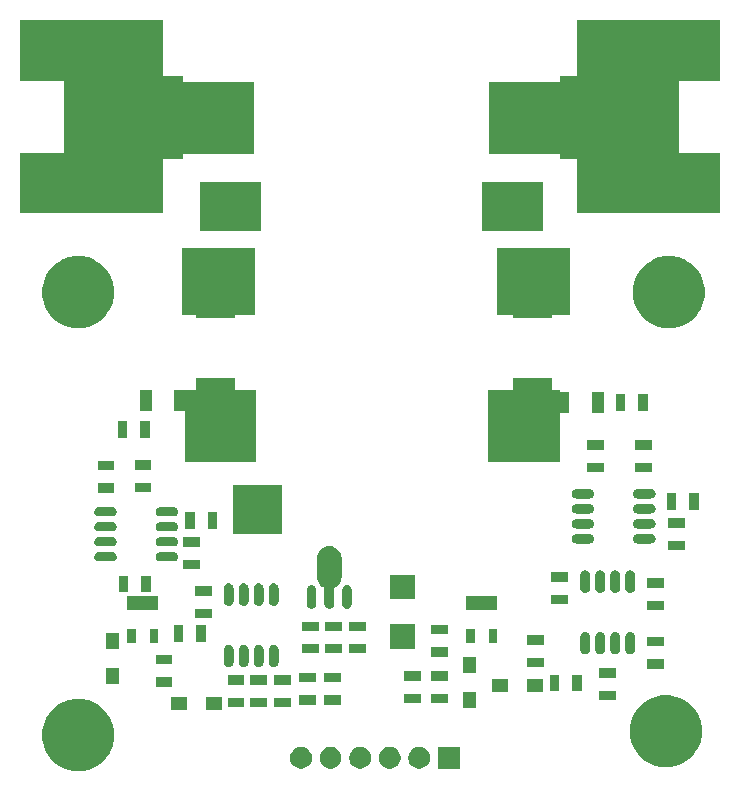
<source format=gts>
%TF.GenerationSoftware,KiCad,Pcbnew,(5.1.4)-1*%
%TF.CreationDate,2019-12-13T01:47:11+08:00*%
%TF.ProjectId,Directional_coupler,44697265-6374-4696-9f6e-616c5f636f75,rev?*%
%TF.SameCoordinates,Original*%
%TF.FileFunction,Soldermask,Top*%
%TF.FilePolarity,Negative*%
%FSLAX46Y46*%
G04 Gerber Fmt 4.6, Leading zero omitted, Abs format (unit mm)*
G04 Created by KiCad (PCBNEW (5.1.4)-1) date 2019-12-13 01:47:11*
%MOMM*%
%LPD*%
G04 APERTURE LIST*
%ADD10C,0.100000*%
%ADD11C,0.350000*%
G04 APERTURE END LIST*
D10*
G36*
X94234000Y-69723000D02*
G01*
X89154000Y-69723000D01*
X89154000Y-65659000D01*
X94234000Y-65659000D01*
X94234000Y-69723000D01*
G37*
X94234000Y-69723000D02*
X89154000Y-69723000D01*
X89154000Y-65659000D01*
X94234000Y-65659000D01*
X94234000Y-69723000D01*
G36*
X70358000Y-69723000D02*
G01*
X65278000Y-69723000D01*
X65278000Y-65659000D01*
X70358000Y-65659000D01*
X70358000Y-69723000D01*
G37*
X70358000Y-69723000D02*
X65278000Y-69723000D01*
X65278000Y-65659000D01*
X70358000Y-65659000D01*
X70358000Y-69723000D01*
G36*
X72136000Y-95377000D02*
G01*
X68072000Y-95377000D01*
X68072000Y-91313000D01*
X72136000Y-91313000D01*
X72136000Y-95377000D01*
G37*
X72136000Y-95377000D02*
X68072000Y-95377000D01*
X68072000Y-91313000D01*
X72136000Y-91313000D01*
X72136000Y-95377000D01*
G36*
X96520000Y-76835000D02*
G01*
X90424000Y-76835000D01*
X90424000Y-71247000D01*
X96520000Y-71247000D01*
X96520000Y-76835000D01*
G37*
X96520000Y-76835000D02*
X90424000Y-76835000D01*
X90424000Y-71247000D01*
X96520000Y-71247000D01*
X96520000Y-76835000D01*
G36*
X105758000Y-63687000D02*
G01*
X95758000Y-63687000D01*
X95758000Y-56687000D01*
X105758000Y-56687000D01*
X105758000Y-63687000D01*
G37*
X105758000Y-63687000D02*
X95758000Y-63687000D01*
X95758000Y-56687000D01*
X105758000Y-56687000D01*
X105758000Y-63687000D01*
G36*
X63758000Y-63687000D02*
G01*
X53758000Y-63687000D01*
X53758000Y-56687000D01*
X63758000Y-56687000D01*
X63758000Y-63687000D01*
G37*
X63758000Y-63687000D02*
X53758000Y-63687000D01*
X53758000Y-56687000D01*
X63758000Y-56687000D01*
X63758000Y-63687000D01*
G36*
X69850000Y-76835000D02*
G01*
X63754000Y-76835000D01*
X63754000Y-71247000D01*
X69850000Y-71247000D01*
X69850000Y-76835000D01*
G37*
X69850000Y-76835000D02*
X63754000Y-76835000D01*
X63754000Y-71247000D01*
X69850000Y-71247000D01*
X69850000Y-76835000D01*
G36*
X95700000Y-89300000D02*
G01*
X89700000Y-89300000D01*
X89700000Y-83300000D01*
X95700000Y-83300000D01*
X95700000Y-89300000D01*
G37*
X95700000Y-89300000D02*
X89700000Y-89300000D01*
X89700000Y-83300000D01*
X95700000Y-83300000D01*
X95700000Y-89300000D01*
G36*
X70000000Y-89300000D02*
G01*
X64000000Y-89300000D01*
X64000000Y-83300000D01*
X70000000Y-83300000D01*
X70000000Y-89300000D01*
G37*
X70000000Y-89300000D02*
X64000000Y-89300000D01*
X64000000Y-83300000D01*
X70000000Y-83300000D01*
X70000000Y-89300000D01*
G36*
X95800000Y-63187000D02*
G01*
X89800000Y-63187000D01*
X89800000Y-57187000D01*
X95800000Y-57187000D01*
X95800000Y-63187000D01*
G37*
X95800000Y-63187000D02*
X89800000Y-63187000D01*
X89800000Y-57187000D01*
X95800000Y-57187000D01*
X95800000Y-63187000D01*
G36*
X69758000Y-63187000D02*
G01*
X63758000Y-63187000D01*
X63758000Y-57187000D01*
X69758000Y-57187000D01*
X69758000Y-63187000D01*
G37*
X69758000Y-63187000D02*
X63758000Y-63187000D01*
X63758000Y-57187000D01*
X69758000Y-57187000D01*
X69758000Y-63187000D01*
D11*
G36*
X55889943Y-109566248D02*
G01*
X56445189Y-109796238D01*
X56617497Y-109911371D01*
X56944899Y-110130134D01*
X57369866Y-110555101D01*
X57474705Y-110712004D01*
X57703762Y-111054811D01*
X57933752Y-111610057D01*
X58051000Y-112199501D01*
X58051000Y-112800499D01*
X57933752Y-113389943D01*
X57703762Y-113945189D01*
X57674906Y-113988375D01*
X57369866Y-114444899D01*
X56944899Y-114869866D01*
X56881371Y-114912314D01*
X56445189Y-115203762D01*
X55889943Y-115433752D01*
X55300499Y-115551000D01*
X54699501Y-115551000D01*
X54110057Y-115433752D01*
X53554811Y-115203762D01*
X53118629Y-114912314D01*
X53055101Y-114869866D01*
X52630134Y-114444899D01*
X52325094Y-113988375D01*
X52296238Y-113945189D01*
X52066248Y-113389943D01*
X51949000Y-112800499D01*
X51949000Y-112199501D01*
X52066248Y-111610057D01*
X52296238Y-111054811D01*
X52525295Y-110712004D01*
X52630134Y-110555101D01*
X53055101Y-110130134D01*
X53382503Y-109911371D01*
X53554811Y-109796238D01*
X54110057Y-109566248D01*
X54699501Y-109449000D01*
X55300499Y-109449000D01*
X55889943Y-109566248D01*
X55889943Y-109566248D01*
G37*
G36*
X87286000Y-115353000D02*
G01*
X85434000Y-115353000D01*
X85434000Y-113501000D01*
X87286000Y-113501000D01*
X87286000Y-115353000D01*
X87286000Y-115353000D01*
G37*
G36*
X84130104Y-113536585D02*
G01*
X84298626Y-113606389D01*
X84450291Y-113707728D01*
X84579272Y-113836709D01*
X84680611Y-113988374D01*
X84750415Y-114156896D01*
X84786000Y-114335797D01*
X84786000Y-114518203D01*
X84750415Y-114697104D01*
X84680611Y-114865626D01*
X84579272Y-115017291D01*
X84450291Y-115146272D01*
X84298626Y-115247611D01*
X84130104Y-115317415D01*
X83951203Y-115353000D01*
X83768797Y-115353000D01*
X83589896Y-115317415D01*
X83421374Y-115247611D01*
X83269709Y-115146272D01*
X83140728Y-115017291D01*
X83039389Y-114865626D01*
X82969585Y-114697104D01*
X82934000Y-114518203D01*
X82934000Y-114335797D01*
X82969585Y-114156896D01*
X83039389Y-113988374D01*
X83140728Y-113836709D01*
X83269709Y-113707728D01*
X83421374Y-113606389D01*
X83589896Y-113536585D01*
X83768797Y-113501000D01*
X83951203Y-113501000D01*
X84130104Y-113536585D01*
X84130104Y-113536585D01*
G37*
G36*
X81630104Y-113536585D02*
G01*
X81798626Y-113606389D01*
X81950291Y-113707728D01*
X82079272Y-113836709D01*
X82180611Y-113988374D01*
X82250415Y-114156896D01*
X82286000Y-114335797D01*
X82286000Y-114518203D01*
X82250415Y-114697104D01*
X82180611Y-114865626D01*
X82079272Y-115017291D01*
X81950291Y-115146272D01*
X81798626Y-115247611D01*
X81630104Y-115317415D01*
X81451203Y-115353000D01*
X81268797Y-115353000D01*
X81089896Y-115317415D01*
X80921374Y-115247611D01*
X80769709Y-115146272D01*
X80640728Y-115017291D01*
X80539389Y-114865626D01*
X80469585Y-114697104D01*
X80434000Y-114518203D01*
X80434000Y-114335797D01*
X80469585Y-114156896D01*
X80539389Y-113988374D01*
X80640728Y-113836709D01*
X80769709Y-113707728D01*
X80921374Y-113606389D01*
X81089896Y-113536585D01*
X81268797Y-113501000D01*
X81451203Y-113501000D01*
X81630104Y-113536585D01*
X81630104Y-113536585D01*
G37*
G36*
X76630104Y-113536585D02*
G01*
X76798626Y-113606389D01*
X76950291Y-113707728D01*
X77079272Y-113836709D01*
X77180611Y-113988374D01*
X77250415Y-114156896D01*
X77286000Y-114335797D01*
X77286000Y-114518203D01*
X77250415Y-114697104D01*
X77180611Y-114865626D01*
X77079272Y-115017291D01*
X76950291Y-115146272D01*
X76798626Y-115247611D01*
X76630104Y-115317415D01*
X76451203Y-115353000D01*
X76268797Y-115353000D01*
X76089896Y-115317415D01*
X75921374Y-115247611D01*
X75769709Y-115146272D01*
X75640728Y-115017291D01*
X75539389Y-114865626D01*
X75469585Y-114697104D01*
X75434000Y-114518203D01*
X75434000Y-114335797D01*
X75469585Y-114156896D01*
X75539389Y-113988374D01*
X75640728Y-113836709D01*
X75769709Y-113707728D01*
X75921374Y-113606389D01*
X76089896Y-113536585D01*
X76268797Y-113501000D01*
X76451203Y-113501000D01*
X76630104Y-113536585D01*
X76630104Y-113536585D01*
G37*
G36*
X79130104Y-113536585D02*
G01*
X79298626Y-113606389D01*
X79450291Y-113707728D01*
X79579272Y-113836709D01*
X79680611Y-113988374D01*
X79750415Y-114156896D01*
X79786000Y-114335797D01*
X79786000Y-114518203D01*
X79750415Y-114697104D01*
X79680611Y-114865626D01*
X79579272Y-115017291D01*
X79450291Y-115146272D01*
X79298626Y-115247611D01*
X79130104Y-115317415D01*
X78951203Y-115353000D01*
X78768797Y-115353000D01*
X78589896Y-115317415D01*
X78421374Y-115247611D01*
X78269709Y-115146272D01*
X78140728Y-115017291D01*
X78039389Y-114865626D01*
X77969585Y-114697104D01*
X77934000Y-114518203D01*
X77934000Y-114335797D01*
X77969585Y-114156896D01*
X78039389Y-113988374D01*
X78140728Y-113836709D01*
X78269709Y-113707728D01*
X78421374Y-113606389D01*
X78589896Y-113536585D01*
X78768797Y-113501000D01*
X78951203Y-113501000D01*
X79130104Y-113536585D01*
X79130104Y-113536585D01*
G37*
G36*
X74130104Y-113536585D02*
G01*
X74298626Y-113606389D01*
X74450291Y-113707728D01*
X74579272Y-113836709D01*
X74680611Y-113988374D01*
X74750415Y-114156896D01*
X74786000Y-114335797D01*
X74786000Y-114518203D01*
X74750415Y-114697104D01*
X74680611Y-114865626D01*
X74579272Y-115017291D01*
X74450291Y-115146272D01*
X74298626Y-115247611D01*
X74130104Y-115317415D01*
X73951203Y-115353000D01*
X73768797Y-115353000D01*
X73589896Y-115317415D01*
X73421374Y-115247611D01*
X73269709Y-115146272D01*
X73140728Y-115017291D01*
X73039389Y-114865626D01*
X72969585Y-114697104D01*
X72934000Y-114518203D01*
X72934000Y-114335797D01*
X72969585Y-114156896D01*
X73039389Y-113988374D01*
X73140728Y-113836709D01*
X73269709Y-113707728D01*
X73421374Y-113606389D01*
X73589896Y-113536585D01*
X73768797Y-113501000D01*
X73951203Y-113501000D01*
X74130104Y-113536585D01*
X74130104Y-113536585D01*
G37*
G36*
X105647943Y-109253248D02*
G01*
X106203189Y-109483238D01*
X106310588Y-109555000D01*
X106702899Y-109817134D01*
X107127866Y-110242101D01*
X107127867Y-110242103D01*
X107461762Y-110741811D01*
X107691752Y-111297057D01*
X107809000Y-111886501D01*
X107809000Y-112487499D01*
X107691752Y-113076943D01*
X107461762Y-113632189D01*
X107399872Y-113724814D01*
X107127866Y-114131899D01*
X106702899Y-114556866D01*
X106493018Y-114697104D01*
X106203189Y-114890762D01*
X105647943Y-115120752D01*
X105058499Y-115238000D01*
X104457501Y-115238000D01*
X103868057Y-115120752D01*
X103312811Y-114890762D01*
X103022982Y-114697104D01*
X102813101Y-114556866D01*
X102388134Y-114131899D01*
X102116128Y-113724814D01*
X102054238Y-113632189D01*
X101824248Y-113076943D01*
X101707000Y-112487499D01*
X101707000Y-111886501D01*
X101824248Y-111297057D01*
X102054238Y-110741811D01*
X102388133Y-110242103D01*
X102388134Y-110242101D01*
X102813101Y-109817134D01*
X103205412Y-109555000D01*
X103312811Y-109483238D01*
X103868057Y-109253248D01*
X104457501Y-109136000D01*
X105058499Y-109136000D01*
X105647943Y-109253248D01*
X105647943Y-109253248D01*
G37*
G36*
X64225000Y-110406000D02*
G01*
X62873000Y-110406000D01*
X62873000Y-109304000D01*
X64225000Y-109304000D01*
X64225000Y-110406000D01*
X64225000Y-110406000D01*
G37*
G36*
X67175000Y-110406000D02*
G01*
X65823000Y-110406000D01*
X65823000Y-109304000D01*
X67175000Y-109304000D01*
X67175000Y-110406000D01*
X67175000Y-110406000D01*
G37*
G36*
X88689000Y-110228000D02*
G01*
X87587000Y-110228000D01*
X87587000Y-108876000D01*
X88689000Y-108876000D01*
X88689000Y-110228000D01*
X88689000Y-110228000D01*
G37*
G36*
X69051000Y-110151000D02*
G01*
X67649000Y-110151000D01*
X67649000Y-109349000D01*
X69051000Y-109349000D01*
X69051000Y-110151000D01*
X69051000Y-110151000D01*
G37*
G36*
X70951000Y-110151000D02*
G01*
X69549000Y-110151000D01*
X69549000Y-109349000D01*
X70951000Y-109349000D01*
X70951000Y-110151000D01*
X70951000Y-110151000D01*
G37*
G36*
X73001000Y-110151000D02*
G01*
X71599000Y-110151000D01*
X71599000Y-109349000D01*
X73001000Y-109349000D01*
X73001000Y-110151000D01*
X73001000Y-110151000D01*
G37*
G36*
X75101000Y-109951000D02*
G01*
X73699000Y-109951000D01*
X73699000Y-109149000D01*
X75101000Y-109149000D01*
X75101000Y-109951000D01*
X75101000Y-109951000D01*
G37*
G36*
X77251000Y-109951000D02*
G01*
X75849000Y-109951000D01*
X75849000Y-109149000D01*
X77251000Y-109149000D01*
X77251000Y-109951000D01*
X77251000Y-109951000D01*
G37*
G36*
X86299000Y-109809000D02*
G01*
X84897000Y-109809000D01*
X84897000Y-109007000D01*
X86299000Y-109007000D01*
X86299000Y-109809000D01*
X86299000Y-109809000D01*
G37*
G36*
X84013000Y-109809000D02*
G01*
X82611000Y-109809000D01*
X82611000Y-109007000D01*
X84013000Y-109007000D01*
X84013000Y-109809000D01*
X84013000Y-109809000D01*
G37*
G36*
X100523000Y-109555000D02*
G01*
X99121000Y-109555000D01*
X99121000Y-108753000D01*
X100523000Y-108753000D01*
X100523000Y-109555000D01*
X100523000Y-109555000D01*
G37*
G36*
X94353000Y-108882000D02*
G01*
X93001000Y-108882000D01*
X93001000Y-107780000D01*
X94353000Y-107780000D01*
X94353000Y-108882000D01*
X94353000Y-108882000D01*
G37*
G36*
X91403000Y-108882000D02*
G01*
X90051000Y-108882000D01*
X90051000Y-107780000D01*
X91403000Y-107780000D01*
X91403000Y-108882000D01*
X91403000Y-108882000D01*
G37*
G36*
X95717000Y-108778000D02*
G01*
X94915000Y-108778000D01*
X94915000Y-107376000D01*
X95717000Y-107376000D01*
X95717000Y-108778000D01*
X95717000Y-108778000D01*
G37*
G36*
X97617000Y-108778000D02*
G01*
X96815000Y-108778000D01*
X96815000Y-107376000D01*
X97617000Y-107376000D01*
X97617000Y-108778000D01*
X97617000Y-108778000D01*
G37*
G36*
X62951000Y-108412000D02*
G01*
X61549000Y-108412000D01*
X61549000Y-107610000D01*
X62951000Y-107610000D01*
X62951000Y-108412000D01*
X62951000Y-108412000D01*
G37*
G36*
X69051000Y-108251000D02*
G01*
X67649000Y-108251000D01*
X67649000Y-107449000D01*
X69051000Y-107449000D01*
X69051000Y-108251000D01*
X69051000Y-108251000D01*
G37*
G36*
X73001000Y-108251000D02*
G01*
X71599000Y-108251000D01*
X71599000Y-107449000D01*
X73001000Y-107449000D01*
X73001000Y-108251000D01*
X73001000Y-108251000D01*
G37*
G36*
X70951000Y-108251000D02*
G01*
X69549000Y-108251000D01*
X69549000Y-107449000D01*
X70951000Y-107449000D01*
X70951000Y-108251000D01*
X70951000Y-108251000D01*
G37*
G36*
X58463000Y-108196000D02*
G01*
X57361000Y-108196000D01*
X57361000Y-106844000D01*
X58463000Y-106844000D01*
X58463000Y-108196000D01*
X58463000Y-108196000D01*
G37*
G36*
X77251000Y-108051000D02*
G01*
X75849000Y-108051000D01*
X75849000Y-107249000D01*
X77251000Y-107249000D01*
X77251000Y-108051000D01*
X77251000Y-108051000D01*
G37*
G36*
X75101000Y-108051000D02*
G01*
X73699000Y-108051000D01*
X73699000Y-107249000D01*
X75101000Y-107249000D01*
X75101000Y-108051000D01*
X75101000Y-108051000D01*
G37*
G36*
X86299000Y-107909000D02*
G01*
X84897000Y-107909000D01*
X84897000Y-107107000D01*
X86299000Y-107107000D01*
X86299000Y-107909000D01*
X86299000Y-107909000D01*
G37*
G36*
X84013000Y-107909000D02*
G01*
X82611000Y-107909000D01*
X82611000Y-107107000D01*
X84013000Y-107107000D01*
X84013000Y-107909000D01*
X84013000Y-107909000D01*
G37*
G36*
X100523000Y-107655000D02*
G01*
X99121000Y-107655000D01*
X99121000Y-106853000D01*
X100523000Y-106853000D01*
X100523000Y-107655000D01*
X100523000Y-107655000D01*
G37*
G36*
X88689000Y-107278000D02*
G01*
X87587000Y-107278000D01*
X87587000Y-105926000D01*
X88689000Y-105926000D01*
X88689000Y-107278000D01*
X88689000Y-107278000D01*
G37*
G36*
X104587000Y-106888000D02*
G01*
X103185000Y-106888000D01*
X103185000Y-106086000D01*
X104587000Y-106086000D01*
X104587000Y-106888000D01*
X104587000Y-106888000D01*
G37*
G36*
X94427000Y-106761000D02*
G01*
X93025000Y-106761000D01*
X93025000Y-105959000D01*
X94427000Y-105959000D01*
X94427000Y-106761000D01*
X94427000Y-106761000D01*
G37*
G36*
X71633610Y-104854802D02*
G01*
X71684002Y-104870089D01*
X71709199Y-104877732D01*
X71778862Y-104914968D01*
X71839922Y-104965078D01*
X71890032Y-105026138D01*
X71927268Y-105095801D01*
X71927268Y-105095802D01*
X71950198Y-105171390D01*
X71956000Y-105230302D01*
X71956000Y-106369698D01*
X71950198Y-106428610D01*
X71934911Y-106479002D01*
X71927268Y-106504199D01*
X71890032Y-106573862D01*
X71839922Y-106634922D01*
X71778860Y-106685033D01*
X71709200Y-106722267D01*
X71709197Y-106722268D01*
X71633609Y-106745198D01*
X71555000Y-106752940D01*
X71476390Y-106745198D01*
X71425998Y-106729911D01*
X71400801Y-106722268D01*
X71331138Y-106685032D01*
X71270078Y-106634922D01*
X71219967Y-106573860D01*
X71182733Y-106504200D01*
X71182732Y-106504197D01*
X71159802Y-106428609D01*
X71154000Y-106369697D01*
X71154001Y-105230302D01*
X71159803Y-105171390D01*
X71182733Y-105095802D01*
X71182733Y-105095801D01*
X71219969Y-105026138D01*
X71270079Y-104965078D01*
X71331139Y-104914968D01*
X71400802Y-104877732D01*
X71425999Y-104870089D01*
X71476391Y-104854802D01*
X71555000Y-104847060D01*
X71633610Y-104854802D01*
X71633610Y-104854802D01*
G37*
G36*
X67823610Y-104854802D02*
G01*
X67874002Y-104870089D01*
X67899199Y-104877732D01*
X67968862Y-104914968D01*
X68029922Y-104965078D01*
X68080032Y-105026138D01*
X68117268Y-105095801D01*
X68117268Y-105095802D01*
X68140198Y-105171390D01*
X68146000Y-105230302D01*
X68146000Y-106369698D01*
X68140198Y-106428610D01*
X68124911Y-106479002D01*
X68117268Y-106504199D01*
X68080032Y-106573862D01*
X68029922Y-106634922D01*
X67968860Y-106685033D01*
X67899200Y-106722267D01*
X67899197Y-106722268D01*
X67823609Y-106745198D01*
X67745000Y-106752940D01*
X67666390Y-106745198D01*
X67615998Y-106729911D01*
X67590801Y-106722268D01*
X67521138Y-106685032D01*
X67460078Y-106634922D01*
X67409967Y-106573860D01*
X67372733Y-106504200D01*
X67372732Y-106504197D01*
X67349802Y-106428609D01*
X67344000Y-106369697D01*
X67344001Y-105230302D01*
X67349803Y-105171390D01*
X67372733Y-105095802D01*
X67372733Y-105095801D01*
X67409969Y-105026138D01*
X67460079Y-104965078D01*
X67521139Y-104914968D01*
X67590802Y-104877732D01*
X67615999Y-104870089D01*
X67666391Y-104854802D01*
X67745000Y-104847060D01*
X67823610Y-104854802D01*
X67823610Y-104854802D01*
G37*
G36*
X70363610Y-104854802D02*
G01*
X70414002Y-104870089D01*
X70439199Y-104877732D01*
X70508862Y-104914968D01*
X70569922Y-104965078D01*
X70620032Y-105026138D01*
X70657268Y-105095801D01*
X70657268Y-105095802D01*
X70680198Y-105171390D01*
X70686000Y-105230302D01*
X70686000Y-106369698D01*
X70680198Y-106428610D01*
X70664911Y-106479002D01*
X70657268Y-106504199D01*
X70620032Y-106573862D01*
X70569922Y-106634922D01*
X70508860Y-106685033D01*
X70439200Y-106722267D01*
X70439197Y-106722268D01*
X70363609Y-106745198D01*
X70285000Y-106752940D01*
X70206390Y-106745198D01*
X70155998Y-106729911D01*
X70130801Y-106722268D01*
X70061138Y-106685032D01*
X70000078Y-106634922D01*
X69949967Y-106573860D01*
X69912733Y-106504200D01*
X69912732Y-106504197D01*
X69889802Y-106428609D01*
X69884000Y-106369697D01*
X69884001Y-105230302D01*
X69889803Y-105171390D01*
X69912733Y-105095802D01*
X69912733Y-105095801D01*
X69949969Y-105026138D01*
X70000079Y-104965078D01*
X70061139Y-104914968D01*
X70130802Y-104877732D01*
X70155999Y-104870089D01*
X70206391Y-104854802D01*
X70285000Y-104847060D01*
X70363610Y-104854802D01*
X70363610Y-104854802D01*
G37*
G36*
X69093610Y-104854802D02*
G01*
X69144002Y-104870089D01*
X69169199Y-104877732D01*
X69238862Y-104914968D01*
X69299922Y-104965078D01*
X69350032Y-105026138D01*
X69387268Y-105095801D01*
X69387268Y-105095802D01*
X69410198Y-105171390D01*
X69416000Y-105230302D01*
X69416000Y-106369698D01*
X69410198Y-106428610D01*
X69394911Y-106479002D01*
X69387268Y-106504199D01*
X69350032Y-106573862D01*
X69299922Y-106634922D01*
X69238860Y-106685033D01*
X69169200Y-106722267D01*
X69169197Y-106722268D01*
X69093609Y-106745198D01*
X69015000Y-106752940D01*
X68936390Y-106745198D01*
X68885998Y-106729911D01*
X68860801Y-106722268D01*
X68791138Y-106685032D01*
X68730078Y-106634922D01*
X68679967Y-106573860D01*
X68642733Y-106504200D01*
X68642732Y-106504197D01*
X68619802Y-106428609D01*
X68614000Y-106369697D01*
X68614001Y-105230302D01*
X68619803Y-105171390D01*
X68642733Y-105095802D01*
X68642733Y-105095801D01*
X68679969Y-105026138D01*
X68730079Y-104965078D01*
X68791139Y-104914968D01*
X68860802Y-104877732D01*
X68885999Y-104870089D01*
X68936391Y-104854802D01*
X69015000Y-104847060D01*
X69093610Y-104854802D01*
X69093610Y-104854802D01*
G37*
G36*
X62951000Y-106512000D02*
G01*
X61549000Y-106512000D01*
X61549000Y-105710000D01*
X62951000Y-105710000D01*
X62951000Y-106512000D01*
X62951000Y-106512000D01*
G37*
G36*
X86299000Y-105872000D02*
G01*
X84897000Y-105872000D01*
X84897000Y-105070000D01*
X86299000Y-105070000D01*
X86299000Y-105872000D01*
X86299000Y-105872000D01*
G37*
G36*
X99265610Y-103762802D02*
G01*
X99316002Y-103778089D01*
X99341199Y-103785732D01*
X99410862Y-103822968D01*
X99471922Y-103873078D01*
X99522032Y-103934138D01*
X99559268Y-104003801D01*
X99559268Y-104003802D01*
X99582198Y-104079390D01*
X99588000Y-104138302D01*
X99588000Y-105277698D01*
X99582198Y-105336610D01*
X99566911Y-105387002D01*
X99559268Y-105412199D01*
X99522032Y-105481862D01*
X99471922Y-105542922D01*
X99410860Y-105593033D01*
X99341200Y-105630267D01*
X99341197Y-105630268D01*
X99265609Y-105653198D01*
X99187000Y-105660940D01*
X99108390Y-105653198D01*
X99057998Y-105637911D01*
X99032801Y-105630268D01*
X98963138Y-105593032D01*
X98902078Y-105542922D01*
X98851967Y-105481860D01*
X98814733Y-105412200D01*
X98814732Y-105412197D01*
X98791802Y-105336609D01*
X98786000Y-105277697D01*
X98786001Y-104138302D01*
X98791803Y-104079390D01*
X98814733Y-104003802D01*
X98814733Y-104003801D01*
X98851969Y-103934138D01*
X98902079Y-103873078D01*
X98963139Y-103822968D01*
X99032802Y-103785732D01*
X99057999Y-103778089D01*
X99108391Y-103762802D01*
X99187000Y-103755060D01*
X99265610Y-103762802D01*
X99265610Y-103762802D01*
G37*
G36*
X97995610Y-103762802D02*
G01*
X98046002Y-103778089D01*
X98071199Y-103785732D01*
X98140862Y-103822968D01*
X98201922Y-103873078D01*
X98252032Y-103934138D01*
X98289268Y-104003801D01*
X98289268Y-104003802D01*
X98312198Y-104079390D01*
X98318000Y-104138302D01*
X98318000Y-105277698D01*
X98312198Y-105336610D01*
X98296911Y-105387002D01*
X98289268Y-105412199D01*
X98252032Y-105481862D01*
X98201922Y-105542922D01*
X98140860Y-105593033D01*
X98071200Y-105630267D01*
X98071197Y-105630268D01*
X97995609Y-105653198D01*
X97917000Y-105660940D01*
X97838390Y-105653198D01*
X97787998Y-105637911D01*
X97762801Y-105630268D01*
X97693138Y-105593032D01*
X97632078Y-105542922D01*
X97581967Y-105481860D01*
X97544733Y-105412200D01*
X97544732Y-105412197D01*
X97521802Y-105336609D01*
X97516000Y-105277697D01*
X97516001Y-104138302D01*
X97521803Y-104079390D01*
X97544733Y-104003802D01*
X97544733Y-104003801D01*
X97581969Y-103934138D01*
X97632079Y-103873078D01*
X97693139Y-103822968D01*
X97762802Y-103785732D01*
X97787999Y-103778089D01*
X97838391Y-103762802D01*
X97917000Y-103755060D01*
X97995610Y-103762802D01*
X97995610Y-103762802D01*
G37*
G36*
X100535610Y-103762802D02*
G01*
X100586002Y-103778089D01*
X100611199Y-103785732D01*
X100680862Y-103822968D01*
X100741922Y-103873078D01*
X100792032Y-103934138D01*
X100829268Y-104003801D01*
X100829268Y-104003802D01*
X100852198Y-104079390D01*
X100858000Y-104138302D01*
X100858000Y-105277698D01*
X100852198Y-105336610D01*
X100836911Y-105387002D01*
X100829268Y-105412199D01*
X100792032Y-105481862D01*
X100741922Y-105542922D01*
X100680860Y-105593033D01*
X100611200Y-105630267D01*
X100611197Y-105630268D01*
X100535609Y-105653198D01*
X100457000Y-105660940D01*
X100378390Y-105653198D01*
X100327998Y-105637911D01*
X100302801Y-105630268D01*
X100233138Y-105593032D01*
X100172078Y-105542922D01*
X100121967Y-105481860D01*
X100084733Y-105412200D01*
X100084732Y-105412197D01*
X100061802Y-105336609D01*
X100056000Y-105277697D01*
X100056001Y-104138302D01*
X100061803Y-104079390D01*
X100084733Y-104003802D01*
X100084733Y-104003801D01*
X100121969Y-103934138D01*
X100172079Y-103873078D01*
X100233139Y-103822968D01*
X100302802Y-103785732D01*
X100327999Y-103778089D01*
X100378391Y-103762802D01*
X100457000Y-103755060D01*
X100535610Y-103762802D01*
X100535610Y-103762802D01*
G37*
G36*
X101805610Y-103762802D02*
G01*
X101856002Y-103778089D01*
X101881199Y-103785732D01*
X101950862Y-103822968D01*
X102011922Y-103873078D01*
X102062032Y-103934138D01*
X102099268Y-104003801D01*
X102099268Y-104003802D01*
X102122198Y-104079390D01*
X102128000Y-104138302D01*
X102128000Y-105277698D01*
X102122198Y-105336610D01*
X102106911Y-105387002D01*
X102099268Y-105412199D01*
X102062032Y-105481862D01*
X102011922Y-105542922D01*
X101950860Y-105593033D01*
X101881200Y-105630267D01*
X101881197Y-105630268D01*
X101805609Y-105653198D01*
X101727000Y-105660940D01*
X101648390Y-105653198D01*
X101597998Y-105637911D01*
X101572801Y-105630268D01*
X101503138Y-105593032D01*
X101442078Y-105542922D01*
X101391967Y-105481860D01*
X101354733Y-105412200D01*
X101354732Y-105412197D01*
X101331802Y-105336609D01*
X101326000Y-105277697D01*
X101326001Y-104138302D01*
X101331803Y-104079390D01*
X101354733Y-104003802D01*
X101354733Y-104003801D01*
X101391969Y-103934138D01*
X101442079Y-103873078D01*
X101503139Y-103822968D01*
X101572802Y-103785732D01*
X101597999Y-103778089D01*
X101648391Y-103762802D01*
X101727000Y-103755060D01*
X101805610Y-103762802D01*
X101805610Y-103762802D01*
G37*
G36*
X77331000Y-105593000D02*
G01*
X75929000Y-105593000D01*
X75929000Y-104791000D01*
X77331000Y-104791000D01*
X77331000Y-105593000D01*
X77331000Y-105593000D01*
G37*
G36*
X75351000Y-105593000D02*
G01*
X73949000Y-105593000D01*
X73949000Y-104791000D01*
X75351000Y-104791000D01*
X75351000Y-105593000D01*
X75351000Y-105593000D01*
G37*
G36*
X79363000Y-105593000D02*
G01*
X77961000Y-105593000D01*
X77961000Y-104791000D01*
X79363000Y-104791000D01*
X79363000Y-105593000D01*
X79363000Y-105593000D01*
G37*
G36*
X58463000Y-105246000D02*
G01*
X57361000Y-105246000D01*
X57361000Y-103894000D01*
X58463000Y-103894000D01*
X58463000Y-105246000D01*
X58463000Y-105246000D01*
G37*
G36*
X83519000Y-105219000D02*
G01*
X81417000Y-105219000D01*
X81417000Y-103117000D01*
X83519000Y-103117000D01*
X83519000Y-105219000D01*
X83519000Y-105219000D01*
G37*
G36*
X104587000Y-104988000D02*
G01*
X103185000Y-104988000D01*
X103185000Y-104186000D01*
X104587000Y-104186000D01*
X104587000Y-104988000D01*
X104587000Y-104988000D01*
G37*
G36*
X94427000Y-104861000D02*
G01*
X93025000Y-104861000D01*
X93025000Y-104059000D01*
X94427000Y-104059000D01*
X94427000Y-104861000D01*
X94427000Y-104861000D01*
G37*
G36*
X59853000Y-104744000D02*
G01*
X59151000Y-104744000D01*
X59151000Y-103542000D01*
X59853000Y-103542000D01*
X59853000Y-104744000D01*
X59853000Y-104744000D01*
G37*
G36*
X90455000Y-104744000D02*
G01*
X89753000Y-104744000D01*
X89753000Y-103542000D01*
X90455000Y-103542000D01*
X90455000Y-104744000D01*
X90455000Y-104744000D01*
G37*
G36*
X88555000Y-104744000D02*
G01*
X87853000Y-104744000D01*
X87853000Y-103542000D01*
X88555000Y-103542000D01*
X88555000Y-104744000D01*
X88555000Y-104744000D01*
G37*
G36*
X61753000Y-104744000D02*
G01*
X61051000Y-104744000D01*
X61051000Y-103542000D01*
X61753000Y-103542000D01*
X61753000Y-104744000D01*
X61753000Y-104744000D01*
G37*
G36*
X65801000Y-104601000D02*
G01*
X64999000Y-104601000D01*
X64999000Y-103199000D01*
X65801000Y-103199000D01*
X65801000Y-104601000D01*
X65801000Y-104601000D01*
G37*
G36*
X63901000Y-104601000D02*
G01*
X63099000Y-104601000D01*
X63099000Y-103199000D01*
X63901000Y-103199000D01*
X63901000Y-104601000D01*
X63901000Y-104601000D01*
G37*
G36*
X86299000Y-103972000D02*
G01*
X84897000Y-103972000D01*
X84897000Y-103170000D01*
X86299000Y-103170000D01*
X86299000Y-103972000D01*
X86299000Y-103972000D01*
G37*
G36*
X77331000Y-103693000D02*
G01*
X75929000Y-103693000D01*
X75929000Y-102891000D01*
X77331000Y-102891000D01*
X77331000Y-103693000D01*
X77331000Y-103693000D01*
G37*
G36*
X79363000Y-103693000D02*
G01*
X77961000Y-103693000D01*
X77961000Y-102891000D01*
X79363000Y-102891000D01*
X79363000Y-103693000D01*
X79363000Y-103693000D01*
G37*
G36*
X75351000Y-103693000D02*
G01*
X73949000Y-103693000D01*
X73949000Y-102891000D01*
X75351000Y-102891000D01*
X75351000Y-103693000D01*
X75351000Y-103693000D01*
G37*
G36*
X66301000Y-102601000D02*
G01*
X64899000Y-102601000D01*
X64899000Y-101799000D01*
X66301000Y-101799000D01*
X66301000Y-102601000D01*
X66301000Y-102601000D01*
G37*
G36*
X61753000Y-101944000D02*
G01*
X59151000Y-101944000D01*
X59151000Y-100742000D01*
X61753000Y-100742000D01*
X61753000Y-101944000D01*
X61753000Y-101944000D01*
G37*
G36*
X90455000Y-101944000D02*
G01*
X87853000Y-101944000D01*
X87853000Y-100742000D01*
X90455000Y-100742000D01*
X90455000Y-101944000D01*
X90455000Y-101944000D01*
G37*
G36*
X104587000Y-101935000D02*
G01*
X103185000Y-101935000D01*
X103185000Y-101133000D01*
X104587000Y-101133000D01*
X104587000Y-101935000D01*
X104587000Y-101935000D01*
G37*
G36*
X76456032Y-96514207D02*
G01*
X76654146Y-96574305D01*
X76654149Y-96574306D01*
X76750975Y-96626061D01*
X76836729Y-96671897D01*
X76996765Y-96803235D01*
X77128103Y-96963271D01*
X77149873Y-97004000D01*
X77225694Y-97145851D01*
X77225695Y-97145854D01*
X77285793Y-97343968D01*
X77301000Y-97498370D01*
X77301000Y-99101630D01*
X77285793Y-99256032D01*
X77225695Y-99454145D01*
X77225694Y-99454149D01*
X77186754Y-99527000D01*
X77128103Y-99636729D01*
X76996765Y-99796765D01*
X76836729Y-99928103D01*
X76755744Y-99971390D01*
X76717075Y-99992059D01*
X76696700Y-100005673D01*
X76679373Y-100023000D01*
X76665760Y-100043374D01*
X76656382Y-100066013D01*
X76651000Y-100102298D01*
X76651000Y-101419698D01*
X76645198Y-101478610D01*
X76631954Y-101522267D01*
X76622268Y-101554199D01*
X76585032Y-101623862D01*
X76534922Y-101684922D01*
X76473860Y-101735033D01*
X76404200Y-101772267D01*
X76404197Y-101772268D01*
X76328609Y-101795198D01*
X76250000Y-101802940D01*
X76171390Y-101795198D01*
X76120998Y-101779911D01*
X76095801Y-101772268D01*
X76026138Y-101735032D01*
X75965078Y-101684922D01*
X75914967Y-101623860D01*
X75877733Y-101554200D01*
X75856751Y-101485033D01*
X75854802Y-101478609D01*
X75849000Y-101419697D01*
X75849001Y-100102298D01*
X75846599Y-100077913D01*
X75839486Y-100054464D01*
X75827935Y-100032853D01*
X75812390Y-100013911D01*
X75782926Y-99992060D01*
X75725464Y-99961345D01*
X75663271Y-99928103D01*
X75503235Y-99796765D01*
X75371897Y-99636729D01*
X75274307Y-99454149D01*
X75274306Y-99454148D01*
X75274305Y-99454145D01*
X75214207Y-99256031D01*
X75199000Y-99101629D01*
X75199000Y-97498370D01*
X75200454Y-97483608D01*
X75214207Y-97343967D01*
X75274305Y-97145854D01*
X75350128Y-97004000D01*
X75371898Y-96963271D01*
X75503236Y-96803235D01*
X75663272Y-96671897D01*
X75749026Y-96626061D01*
X75845852Y-96574306D01*
X75845855Y-96574305D01*
X76043969Y-96514207D01*
X76250000Y-96493915D01*
X76456032Y-96514207D01*
X76456032Y-96514207D01*
G37*
G36*
X77828610Y-99804802D02*
G01*
X77879002Y-99820089D01*
X77904199Y-99827732D01*
X77973862Y-99864968D01*
X78034922Y-99915078D01*
X78085032Y-99976138D01*
X78122268Y-100045801D01*
X78122268Y-100045802D01*
X78145198Y-100121390D01*
X78151000Y-100180302D01*
X78151000Y-101419698D01*
X78145198Y-101478610D01*
X78131954Y-101522267D01*
X78122268Y-101554199D01*
X78085032Y-101623862D01*
X78034922Y-101684922D01*
X77973860Y-101735033D01*
X77904200Y-101772267D01*
X77904197Y-101772268D01*
X77828609Y-101795198D01*
X77750000Y-101802940D01*
X77671390Y-101795198D01*
X77620998Y-101779911D01*
X77595801Y-101772268D01*
X77526138Y-101735032D01*
X77465078Y-101684922D01*
X77414967Y-101623860D01*
X77377733Y-101554200D01*
X77356751Y-101485033D01*
X77354802Y-101478609D01*
X77349000Y-101419697D01*
X77349001Y-100180302D01*
X77354803Y-100121390D01*
X77377733Y-100045802D01*
X77377733Y-100045801D01*
X77414969Y-99976138D01*
X77465079Y-99915078D01*
X77526139Y-99864968D01*
X77595802Y-99827732D01*
X77620999Y-99820089D01*
X77671391Y-99804802D01*
X77750000Y-99797060D01*
X77828610Y-99804802D01*
X77828610Y-99804802D01*
G37*
G36*
X74828610Y-99804802D02*
G01*
X74879002Y-99820089D01*
X74904199Y-99827732D01*
X74973862Y-99864968D01*
X75034922Y-99915078D01*
X75085032Y-99976138D01*
X75122268Y-100045801D01*
X75122268Y-100045802D01*
X75145198Y-100121390D01*
X75151000Y-100180302D01*
X75151000Y-101419698D01*
X75145198Y-101478610D01*
X75131954Y-101522267D01*
X75122268Y-101554199D01*
X75085032Y-101623862D01*
X75034922Y-101684922D01*
X74973860Y-101735033D01*
X74904200Y-101772267D01*
X74904197Y-101772268D01*
X74828609Y-101795198D01*
X74750000Y-101802940D01*
X74671390Y-101795198D01*
X74620998Y-101779911D01*
X74595801Y-101772268D01*
X74526138Y-101735032D01*
X74465078Y-101684922D01*
X74414967Y-101623860D01*
X74377733Y-101554200D01*
X74356751Y-101485033D01*
X74354802Y-101478609D01*
X74349000Y-101419697D01*
X74349001Y-100180302D01*
X74354803Y-100121390D01*
X74377733Y-100045802D01*
X74377733Y-100045801D01*
X74414969Y-99976138D01*
X74465079Y-99915078D01*
X74526139Y-99864968D01*
X74595802Y-99827732D01*
X74620999Y-99820089D01*
X74671391Y-99804802D01*
X74750000Y-99797060D01*
X74828610Y-99804802D01*
X74828610Y-99804802D01*
G37*
G36*
X67823610Y-99654802D02*
G01*
X67874002Y-99670089D01*
X67899199Y-99677732D01*
X67968862Y-99714968D01*
X68029922Y-99765078D01*
X68080032Y-99826138D01*
X68117268Y-99895801D01*
X68124911Y-99920998D01*
X68140198Y-99971390D01*
X68146000Y-100030302D01*
X68146000Y-101169698D01*
X68140198Y-101228610D01*
X68124911Y-101279002D01*
X68117268Y-101304199D01*
X68080032Y-101373862D01*
X68029922Y-101434922D01*
X67968860Y-101485033D01*
X67899200Y-101522267D01*
X67899197Y-101522268D01*
X67823609Y-101545198D01*
X67745000Y-101552940D01*
X67666390Y-101545198D01*
X67615998Y-101529911D01*
X67590801Y-101522268D01*
X67521138Y-101485032D01*
X67460078Y-101434922D01*
X67409967Y-101373860D01*
X67372733Y-101304200D01*
X67372732Y-101304197D01*
X67349802Y-101228609D01*
X67344000Y-101169697D01*
X67344001Y-100030302D01*
X67349803Y-99971390D01*
X67365090Y-99920998D01*
X67372733Y-99895801D01*
X67409969Y-99826138D01*
X67460079Y-99765078D01*
X67521139Y-99714968D01*
X67590802Y-99677732D01*
X67615999Y-99670089D01*
X67666391Y-99654802D01*
X67745000Y-99647060D01*
X67823610Y-99654802D01*
X67823610Y-99654802D01*
G37*
G36*
X70363610Y-99654802D02*
G01*
X70414002Y-99670089D01*
X70439199Y-99677732D01*
X70508862Y-99714968D01*
X70569922Y-99765078D01*
X70620032Y-99826138D01*
X70657268Y-99895801D01*
X70664911Y-99920998D01*
X70680198Y-99971390D01*
X70686000Y-100030302D01*
X70686000Y-101169698D01*
X70680198Y-101228610D01*
X70664911Y-101279002D01*
X70657268Y-101304199D01*
X70620032Y-101373862D01*
X70569922Y-101434922D01*
X70508860Y-101485033D01*
X70439200Y-101522267D01*
X70439197Y-101522268D01*
X70363609Y-101545198D01*
X70285000Y-101552940D01*
X70206390Y-101545198D01*
X70155998Y-101529911D01*
X70130801Y-101522268D01*
X70061138Y-101485032D01*
X70000078Y-101434922D01*
X69949967Y-101373860D01*
X69912733Y-101304200D01*
X69912732Y-101304197D01*
X69889802Y-101228609D01*
X69884000Y-101169697D01*
X69884001Y-100030302D01*
X69889803Y-99971390D01*
X69905090Y-99920998D01*
X69912733Y-99895801D01*
X69949969Y-99826138D01*
X70000079Y-99765078D01*
X70061139Y-99714968D01*
X70130802Y-99677732D01*
X70155999Y-99670089D01*
X70206391Y-99654802D01*
X70285000Y-99647060D01*
X70363610Y-99654802D01*
X70363610Y-99654802D01*
G37*
G36*
X71633610Y-99654802D02*
G01*
X71684002Y-99670089D01*
X71709199Y-99677732D01*
X71778862Y-99714968D01*
X71839922Y-99765078D01*
X71890032Y-99826138D01*
X71927268Y-99895801D01*
X71934911Y-99920998D01*
X71950198Y-99971390D01*
X71956000Y-100030302D01*
X71956000Y-101169698D01*
X71950198Y-101228610D01*
X71934911Y-101279002D01*
X71927268Y-101304199D01*
X71890032Y-101373862D01*
X71839922Y-101434922D01*
X71778860Y-101485033D01*
X71709200Y-101522267D01*
X71709197Y-101522268D01*
X71633609Y-101545198D01*
X71555000Y-101552940D01*
X71476390Y-101545198D01*
X71425998Y-101529911D01*
X71400801Y-101522268D01*
X71331138Y-101485032D01*
X71270078Y-101434922D01*
X71219967Y-101373860D01*
X71182733Y-101304200D01*
X71182732Y-101304197D01*
X71159802Y-101228609D01*
X71154000Y-101169697D01*
X71154001Y-100030302D01*
X71159803Y-99971390D01*
X71175090Y-99920998D01*
X71182733Y-99895801D01*
X71219969Y-99826138D01*
X71270079Y-99765078D01*
X71331139Y-99714968D01*
X71400802Y-99677732D01*
X71425999Y-99670089D01*
X71476391Y-99654802D01*
X71555000Y-99647060D01*
X71633610Y-99654802D01*
X71633610Y-99654802D01*
G37*
G36*
X69093610Y-99654802D02*
G01*
X69144002Y-99670089D01*
X69169199Y-99677732D01*
X69238862Y-99714968D01*
X69299922Y-99765078D01*
X69350032Y-99826138D01*
X69387268Y-99895801D01*
X69394911Y-99920998D01*
X69410198Y-99971390D01*
X69416000Y-100030302D01*
X69416000Y-101169698D01*
X69410198Y-101228610D01*
X69394911Y-101279002D01*
X69387268Y-101304199D01*
X69350032Y-101373862D01*
X69299922Y-101434922D01*
X69238860Y-101485033D01*
X69169200Y-101522267D01*
X69169197Y-101522268D01*
X69093609Y-101545198D01*
X69015000Y-101552940D01*
X68936390Y-101545198D01*
X68885998Y-101529911D01*
X68860801Y-101522268D01*
X68791138Y-101485032D01*
X68730078Y-101434922D01*
X68679967Y-101373860D01*
X68642733Y-101304200D01*
X68642732Y-101304197D01*
X68619802Y-101228609D01*
X68614000Y-101169697D01*
X68614001Y-100030302D01*
X68619803Y-99971390D01*
X68635090Y-99920998D01*
X68642733Y-99895801D01*
X68679969Y-99826138D01*
X68730079Y-99765078D01*
X68791139Y-99714968D01*
X68860802Y-99677732D01*
X68885999Y-99670089D01*
X68936391Y-99654802D01*
X69015000Y-99647060D01*
X69093610Y-99654802D01*
X69093610Y-99654802D01*
G37*
G36*
X96459000Y-101427000D02*
G01*
X95057000Y-101427000D01*
X95057000Y-100625000D01*
X96459000Y-100625000D01*
X96459000Y-101427000D01*
X96459000Y-101427000D01*
G37*
G36*
X83519000Y-101019000D02*
G01*
X81417000Y-101019000D01*
X81417000Y-98917000D01*
X83519000Y-98917000D01*
X83519000Y-101019000D01*
X83519000Y-101019000D01*
G37*
G36*
X66301000Y-100701000D02*
G01*
X64899000Y-100701000D01*
X64899000Y-99899000D01*
X66301000Y-99899000D01*
X66301000Y-100701000D01*
X66301000Y-100701000D01*
G37*
G36*
X99265610Y-98562802D02*
G01*
X99316002Y-98578089D01*
X99341199Y-98585732D01*
X99410862Y-98622968D01*
X99471922Y-98673078D01*
X99522032Y-98734138D01*
X99559268Y-98803801D01*
X99559268Y-98803802D01*
X99582198Y-98879390D01*
X99588000Y-98938302D01*
X99588000Y-100077698D01*
X99582198Y-100136610D01*
X99568944Y-100180301D01*
X99559268Y-100212199D01*
X99522032Y-100281862D01*
X99471922Y-100342922D01*
X99410860Y-100393033D01*
X99341200Y-100430267D01*
X99341197Y-100430268D01*
X99265609Y-100453198D01*
X99187000Y-100460940D01*
X99108390Y-100453198D01*
X99057998Y-100437911D01*
X99032801Y-100430268D01*
X98963138Y-100393032D01*
X98902078Y-100342922D01*
X98851967Y-100281860D01*
X98814733Y-100212200D01*
X98814732Y-100212197D01*
X98791802Y-100136609D01*
X98786000Y-100077697D01*
X98786001Y-98938302D01*
X98791803Y-98879390D01*
X98814733Y-98803802D01*
X98814733Y-98803801D01*
X98851969Y-98734138D01*
X98902079Y-98673078D01*
X98963139Y-98622968D01*
X99032802Y-98585732D01*
X99057999Y-98578089D01*
X99108391Y-98562802D01*
X99187000Y-98555060D01*
X99265610Y-98562802D01*
X99265610Y-98562802D01*
G37*
G36*
X101805610Y-98562802D02*
G01*
X101856002Y-98578089D01*
X101881199Y-98585732D01*
X101950862Y-98622968D01*
X102011922Y-98673078D01*
X102062032Y-98734138D01*
X102099268Y-98803801D01*
X102099268Y-98803802D01*
X102122198Y-98879390D01*
X102128000Y-98938302D01*
X102128000Y-100077698D01*
X102122198Y-100136610D01*
X102108944Y-100180301D01*
X102099268Y-100212199D01*
X102062032Y-100281862D01*
X102011922Y-100342922D01*
X101950860Y-100393033D01*
X101881200Y-100430267D01*
X101881197Y-100430268D01*
X101805609Y-100453198D01*
X101727000Y-100460940D01*
X101648390Y-100453198D01*
X101597998Y-100437911D01*
X101572801Y-100430268D01*
X101503138Y-100393032D01*
X101442078Y-100342922D01*
X101391967Y-100281860D01*
X101354733Y-100212200D01*
X101354732Y-100212197D01*
X101331802Y-100136609D01*
X101326000Y-100077697D01*
X101326001Y-98938302D01*
X101331803Y-98879390D01*
X101354733Y-98803802D01*
X101354733Y-98803801D01*
X101391969Y-98734138D01*
X101442079Y-98673078D01*
X101503139Y-98622968D01*
X101572802Y-98585732D01*
X101597999Y-98578089D01*
X101648391Y-98562802D01*
X101727000Y-98555060D01*
X101805610Y-98562802D01*
X101805610Y-98562802D01*
G37*
G36*
X100535610Y-98562802D02*
G01*
X100586002Y-98578089D01*
X100611199Y-98585732D01*
X100680862Y-98622968D01*
X100741922Y-98673078D01*
X100792032Y-98734138D01*
X100829268Y-98803801D01*
X100829268Y-98803802D01*
X100852198Y-98879390D01*
X100858000Y-98938302D01*
X100858000Y-100077698D01*
X100852198Y-100136610D01*
X100838944Y-100180301D01*
X100829268Y-100212199D01*
X100792032Y-100281862D01*
X100741922Y-100342922D01*
X100680860Y-100393033D01*
X100611200Y-100430267D01*
X100611197Y-100430268D01*
X100535609Y-100453198D01*
X100457000Y-100460940D01*
X100378390Y-100453198D01*
X100327998Y-100437911D01*
X100302801Y-100430268D01*
X100233138Y-100393032D01*
X100172078Y-100342922D01*
X100121967Y-100281860D01*
X100084733Y-100212200D01*
X100084732Y-100212197D01*
X100061802Y-100136609D01*
X100056000Y-100077697D01*
X100056001Y-98938302D01*
X100061803Y-98879390D01*
X100084733Y-98803802D01*
X100084733Y-98803801D01*
X100121969Y-98734138D01*
X100172079Y-98673078D01*
X100233139Y-98622968D01*
X100302802Y-98585732D01*
X100327999Y-98578089D01*
X100378391Y-98562802D01*
X100457000Y-98555060D01*
X100535610Y-98562802D01*
X100535610Y-98562802D01*
G37*
G36*
X97995610Y-98562802D02*
G01*
X98046002Y-98578089D01*
X98071199Y-98585732D01*
X98140862Y-98622968D01*
X98201922Y-98673078D01*
X98252032Y-98734138D01*
X98289268Y-98803801D01*
X98289268Y-98803802D01*
X98312198Y-98879390D01*
X98318000Y-98938302D01*
X98318000Y-100077698D01*
X98312198Y-100136610D01*
X98298944Y-100180301D01*
X98289268Y-100212199D01*
X98252032Y-100281862D01*
X98201922Y-100342922D01*
X98140860Y-100393033D01*
X98071200Y-100430267D01*
X98071197Y-100430268D01*
X97995609Y-100453198D01*
X97917000Y-100460940D01*
X97838390Y-100453198D01*
X97787998Y-100437911D01*
X97762801Y-100430268D01*
X97693138Y-100393032D01*
X97632078Y-100342922D01*
X97581967Y-100281860D01*
X97544733Y-100212200D01*
X97544732Y-100212197D01*
X97521802Y-100136609D01*
X97516000Y-100077697D01*
X97516001Y-98938302D01*
X97521803Y-98879390D01*
X97544733Y-98803802D01*
X97544733Y-98803801D01*
X97581969Y-98734138D01*
X97632079Y-98673078D01*
X97693139Y-98622968D01*
X97762802Y-98585732D01*
X97787999Y-98578089D01*
X97838391Y-98562802D01*
X97917000Y-98555060D01*
X97995610Y-98562802D01*
X97995610Y-98562802D01*
G37*
G36*
X59251000Y-100401000D02*
G01*
X58449000Y-100401000D01*
X58449000Y-98999000D01*
X59251000Y-98999000D01*
X59251000Y-100401000D01*
X59251000Y-100401000D01*
G37*
G36*
X61151000Y-100401000D02*
G01*
X60349000Y-100401000D01*
X60349000Y-98999000D01*
X61151000Y-98999000D01*
X61151000Y-100401000D01*
X61151000Y-100401000D01*
G37*
G36*
X104587000Y-100035000D02*
G01*
X103185000Y-100035000D01*
X103185000Y-99233000D01*
X104587000Y-99233000D01*
X104587000Y-100035000D01*
X104587000Y-100035000D01*
G37*
G36*
X96459000Y-99527000D02*
G01*
X95057000Y-99527000D01*
X95057000Y-98725000D01*
X96459000Y-98725000D01*
X96459000Y-99527000D01*
X96459000Y-99527000D01*
G37*
G36*
X65301000Y-98451000D02*
G01*
X63899000Y-98451000D01*
X63899000Y-97649000D01*
X65301000Y-97649000D01*
X65301000Y-98451000D01*
X65301000Y-98451000D01*
G37*
G36*
X63089335Y-97005934D02*
G01*
X63128610Y-97009802D01*
X63179002Y-97025089D01*
X63204199Y-97032732D01*
X63273862Y-97069968D01*
X63334922Y-97120078D01*
X63385032Y-97181138D01*
X63422268Y-97250801D01*
X63422268Y-97250802D01*
X63445198Y-97326390D01*
X63452940Y-97405000D01*
X63445198Y-97483610D01*
X63440720Y-97498370D01*
X63422268Y-97559199D01*
X63385032Y-97628862D01*
X63334922Y-97689922D01*
X63273862Y-97740032D01*
X63204199Y-97777268D01*
X63179002Y-97784911D01*
X63128610Y-97800198D01*
X63089335Y-97804066D01*
X63069699Y-97806000D01*
X61930301Y-97806000D01*
X61910665Y-97804066D01*
X61871390Y-97800198D01*
X61820998Y-97784911D01*
X61795801Y-97777268D01*
X61726138Y-97740032D01*
X61665078Y-97689922D01*
X61614968Y-97628862D01*
X61577732Y-97559199D01*
X61559280Y-97498370D01*
X61554802Y-97483610D01*
X61547060Y-97405000D01*
X61554802Y-97326390D01*
X61577732Y-97250802D01*
X61577732Y-97250801D01*
X61614968Y-97181138D01*
X61665078Y-97120078D01*
X61726138Y-97069968D01*
X61795801Y-97032732D01*
X61820998Y-97025089D01*
X61871390Y-97009802D01*
X61910665Y-97005934D01*
X61930301Y-97004000D01*
X63069699Y-97004000D01*
X63089335Y-97005934D01*
X63089335Y-97005934D01*
G37*
G36*
X57889335Y-97005934D02*
G01*
X57928610Y-97009802D01*
X57979002Y-97025089D01*
X58004199Y-97032732D01*
X58073862Y-97069968D01*
X58134922Y-97120078D01*
X58185032Y-97181138D01*
X58222268Y-97250801D01*
X58222268Y-97250802D01*
X58245198Y-97326390D01*
X58252940Y-97405000D01*
X58245198Y-97483610D01*
X58240720Y-97498370D01*
X58222268Y-97559199D01*
X58185032Y-97628862D01*
X58134922Y-97689922D01*
X58073862Y-97740032D01*
X58004199Y-97777268D01*
X57979002Y-97784911D01*
X57928610Y-97800198D01*
X57889335Y-97804066D01*
X57869699Y-97806000D01*
X56730301Y-97806000D01*
X56710665Y-97804066D01*
X56671390Y-97800198D01*
X56620998Y-97784911D01*
X56595801Y-97777268D01*
X56526138Y-97740032D01*
X56465078Y-97689922D01*
X56414968Y-97628862D01*
X56377732Y-97559199D01*
X56359280Y-97498370D01*
X56354802Y-97483610D01*
X56347060Y-97405000D01*
X56354802Y-97326390D01*
X56377732Y-97250802D01*
X56377732Y-97250801D01*
X56414968Y-97181138D01*
X56465078Y-97120078D01*
X56526138Y-97069968D01*
X56595801Y-97032732D01*
X56620998Y-97025089D01*
X56671390Y-97009802D01*
X56710665Y-97005934D01*
X56730301Y-97004000D01*
X57869699Y-97004000D01*
X57889335Y-97005934D01*
X57889335Y-97005934D01*
G37*
G36*
X106365000Y-96855000D02*
G01*
X104963000Y-96855000D01*
X104963000Y-96053000D01*
X106365000Y-96053000D01*
X106365000Y-96855000D01*
X106365000Y-96855000D01*
G37*
G36*
X65301000Y-96551000D02*
G01*
X63899000Y-96551000D01*
X63899000Y-95749000D01*
X65301000Y-95749000D01*
X65301000Y-96551000D01*
X65301000Y-96551000D01*
G37*
G36*
X63089335Y-95735934D02*
G01*
X63128610Y-95739802D01*
X63179002Y-95755089D01*
X63204199Y-95762732D01*
X63273862Y-95799968D01*
X63334922Y-95850078D01*
X63385032Y-95911138D01*
X63422268Y-95980801D01*
X63422268Y-95980802D01*
X63445198Y-96056390D01*
X63452940Y-96135000D01*
X63445198Y-96213610D01*
X63431954Y-96257268D01*
X63422268Y-96289199D01*
X63385032Y-96358862D01*
X63334922Y-96419922D01*
X63273862Y-96470032D01*
X63204199Y-96507268D01*
X63181324Y-96514207D01*
X63128610Y-96530198D01*
X63089335Y-96534066D01*
X63069699Y-96536000D01*
X61930301Y-96536000D01*
X61910665Y-96534066D01*
X61871390Y-96530198D01*
X61818676Y-96514207D01*
X61795801Y-96507268D01*
X61726138Y-96470032D01*
X61665078Y-96419922D01*
X61614968Y-96358862D01*
X61577732Y-96289199D01*
X61568046Y-96257268D01*
X61554802Y-96213610D01*
X61547060Y-96135000D01*
X61554802Y-96056390D01*
X61577732Y-95980802D01*
X61577732Y-95980801D01*
X61614968Y-95911138D01*
X61665078Y-95850078D01*
X61726138Y-95799968D01*
X61795801Y-95762732D01*
X61820998Y-95755089D01*
X61871390Y-95739802D01*
X61910665Y-95735934D01*
X61930301Y-95734000D01*
X63069699Y-95734000D01*
X63089335Y-95735934D01*
X63089335Y-95735934D01*
G37*
G36*
X57889335Y-95735934D02*
G01*
X57928610Y-95739802D01*
X57979002Y-95755089D01*
X58004199Y-95762732D01*
X58073862Y-95799968D01*
X58134922Y-95850078D01*
X58185032Y-95911138D01*
X58222268Y-95980801D01*
X58222268Y-95980802D01*
X58245198Y-96056390D01*
X58252940Y-96135000D01*
X58245198Y-96213610D01*
X58231954Y-96257268D01*
X58222268Y-96289199D01*
X58185032Y-96358862D01*
X58134922Y-96419922D01*
X58073862Y-96470032D01*
X58004199Y-96507268D01*
X57981324Y-96514207D01*
X57928610Y-96530198D01*
X57889335Y-96534066D01*
X57869699Y-96536000D01*
X56730301Y-96536000D01*
X56710665Y-96534066D01*
X56671390Y-96530198D01*
X56618676Y-96514207D01*
X56595801Y-96507268D01*
X56526138Y-96470032D01*
X56465078Y-96419922D01*
X56414968Y-96358862D01*
X56377732Y-96289199D01*
X56368046Y-96257268D01*
X56354802Y-96213610D01*
X56347060Y-96135000D01*
X56354802Y-96056390D01*
X56377732Y-95980802D01*
X56377732Y-95980801D01*
X56414968Y-95911138D01*
X56465078Y-95850078D01*
X56526138Y-95799968D01*
X56595801Y-95762732D01*
X56620998Y-95755089D01*
X56671390Y-95739802D01*
X56710665Y-95735934D01*
X56730301Y-95734000D01*
X57869699Y-95734000D01*
X57889335Y-95735934D01*
X57889335Y-95735934D01*
G37*
G36*
X98319335Y-95485934D02*
G01*
X98358610Y-95489802D01*
X98409002Y-95505089D01*
X98434199Y-95512732D01*
X98503862Y-95549968D01*
X98564922Y-95600078D01*
X98615032Y-95661138D01*
X98652268Y-95730801D01*
X98659911Y-95755998D01*
X98675198Y-95806390D01*
X98682940Y-95885000D01*
X98675198Y-95963610D01*
X98659911Y-96014002D01*
X98652268Y-96039199D01*
X98615032Y-96108862D01*
X98564922Y-96169922D01*
X98503862Y-96220032D01*
X98434199Y-96257268D01*
X98409002Y-96264911D01*
X98358610Y-96280198D01*
X98319335Y-96284066D01*
X98299699Y-96286000D01*
X97160301Y-96286000D01*
X97140665Y-96284066D01*
X97101390Y-96280198D01*
X97050998Y-96264911D01*
X97025801Y-96257268D01*
X96956138Y-96220032D01*
X96895078Y-96169922D01*
X96844968Y-96108862D01*
X96807732Y-96039199D01*
X96800089Y-96014002D01*
X96784802Y-95963610D01*
X96777060Y-95885000D01*
X96784802Y-95806390D01*
X96800089Y-95755998D01*
X96807732Y-95730801D01*
X96844968Y-95661138D01*
X96895078Y-95600078D01*
X96956138Y-95549968D01*
X97025801Y-95512732D01*
X97050998Y-95505089D01*
X97101390Y-95489802D01*
X97140665Y-95485934D01*
X97160301Y-95484000D01*
X98299699Y-95484000D01*
X98319335Y-95485934D01*
X98319335Y-95485934D01*
G37*
G36*
X103519335Y-95485934D02*
G01*
X103558610Y-95489802D01*
X103609002Y-95505089D01*
X103634199Y-95512732D01*
X103703862Y-95549968D01*
X103764922Y-95600078D01*
X103815032Y-95661138D01*
X103852268Y-95730801D01*
X103859911Y-95755998D01*
X103875198Y-95806390D01*
X103882940Y-95885000D01*
X103875198Y-95963610D01*
X103859911Y-96014002D01*
X103852268Y-96039199D01*
X103815032Y-96108862D01*
X103764922Y-96169922D01*
X103703862Y-96220032D01*
X103634199Y-96257268D01*
X103609002Y-96264911D01*
X103558610Y-96280198D01*
X103519335Y-96284066D01*
X103499699Y-96286000D01*
X102360301Y-96286000D01*
X102340665Y-96284066D01*
X102301390Y-96280198D01*
X102250998Y-96264911D01*
X102225801Y-96257268D01*
X102156138Y-96220032D01*
X102095078Y-96169922D01*
X102044968Y-96108862D01*
X102007732Y-96039199D01*
X102000089Y-96014002D01*
X101984802Y-95963610D01*
X101977060Y-95885000D01*
X101984802Y-95806390D01*
X102000089Y-95755998D01*
X102007732Y-95730801D01*
X102044968Y-95661138D01*
X102095078Y-95600078D01*
X102156138Y-95549968D01*
X102225801Y-95512732D01*
X102250998Y-95505089D01*
X102301390Y-95489802D01*
X102340665Y-95485934D01*
X102360301Y-95484000D01*
X103499699Y-95484000D01*
X103519335Y-95485934D01*
X103519335Y-95485934D01*
G37*
G36*
X57889335Y-94465934D02*
G01*
X57928610Y-94469802D01*
X57979002Y-94485089D01*
X58004199Y-94492732D01*
X58073862Y-94529968D01*
X58134922Y-94580078D01*
X58185032Y-94641138D01*
X58222268Y-94710801D01*
X58222268Y-94710802D01*
X58245198Y-94786390D01*
X58252940Y-94865000D01*
X58245198Y-94943610D01*
X58231954Y-94987268D01*
X58222268Y-95019199D01*
X58185032Y-95088862D01*
X58134922Y-95149922D01*
X58073862Y-95200032D01*
X58004199Y-95237268D01*
X57979002Y-95244911D01*
X57928610Y-95260198D01*
X57889335Y-95264066D01*
X57869699Y-95266000D01*
X56730301Y-95266000D01*
X56710665Y-95264066D01*
X56671390Y-95260198D01*
X56620998Y-95244911D01*
X56595801Y-95237268D01*
X56526138Y-95200032D01*
X56465078Y-95149922D01*
X56414968Y-95088862D01*
X56377732Y-95019199D01*
X56368046Y-94987268D01*
X56354802Y-94943610D01*
X56347060Y-94865000D01*
X56354802Y-94786390D01*
X56377732Y-94710802D01*
X56377732Y-94710801D01*
X56414968Y-94641138D01*
X56465078Y-94580078D01*
X56526138Y-94529968D01*
X56595801Y-94492732D01*
X56620998Y-94485089D01*
X56671390Y-94469802D01*
X56710665Y-94465934D01*
X56730301Y-94464000D01*
X57869699Y-94464000D01*
X57889335Y-94465934D01*
X57889335Y-94465934D01*
G37*
G36*
X63089335Y-94465934D02*
G01*
X63128610Y-94469802D01*
X63179002Y-94485089D01*
X63204199Y-94492732D01*
X63273862Y-94529968D01*
X63334922Y-94580078D01*
X63385032Y-94641138D01*
X63422268Y-94710801D01*
X63422268Y-94710802D01*
X63445198Y-94786390D01*
X63452940Y-94865000D01*
X63445198Y-94943610D01*
X63431954Y-94987268D01*
X63422268Y-95019199D01*
X63385032Y-95088862D01*
X63334922Y-95149922D01*
X63273862Y-95200032D01*
X63204199Y-95237268D01*
X63179002Y-95244911D01*
X63128610Y-95260198D01*
X63089335Y-95264066D01*
X63069699Y-95266000D01*
X61930301Y-95266000D01*
X61910665Y-95264066D01*
X61871390Y-95260198D01*
X61820998Y-95244911D01*
X61795801Y-95237268D01*
X61726138Y-95200032D01*
X61665078Y-95149922D01*
X61614968Y-95088862D01*
X61577732Y-95019199D01*
X61568046Y-94987268D01*
X61554802Y-94943610D01*
X61547060Y-94865000D01*
X61554802Y-94786390D01*
X61577732Y-94710802D01*
X61577732Y-94710801D01*
X61614968Y-94641138D01*
X61665078Y-94580078D01*
X61726138Y-94529968D01*
X61795801Y-94492732D01*
X61820998Y-94485089D01*
X61871390Y-94469802D01*
X61910665Y-94465934D01*
X61930301Y-94464000D01*
X63069699Y-94464000D01*
X63089335Y-94465934D01*
X63089335Y-94465934D01*
G37*
G36*
X64851000Y-95051000D02*
G01*
X64049000Y-95051000D01*
X64049000Y-93649000D01*
X64851000Y-93649000D01*
X64851000Y-95051000D01*
X64851000Y-95051000D01*
G37*
G36*
X66751000Y-95051000D02*
G01*
X65949000Y-95051000D01*
X65949000Y-93649000D01*
X66751000Y-93649000D01*
X66751000Y-95051000D01*
X66751000Y-95051000D01*
G37*
G36*
X103519335Y-94215934D02*
G01*
X103558610Y-94219802D01*
X103609002Y-94235089D01*
X103634199Y-94242732D01*
X103703862Y-94279968D01*
X103764922Y-94330078D01*
X103815032Y-94391138D01*
X103852268Y-94460801D01*
X103852268Y-94460802D01*
X103875198Y-94536390D01*
X103882940Y-94615000D01*
X103875198Y-94693610D01*
X103859911Y-94744002D01*
X103852268Y-94769199D01*
X103815032Y-94838862D01*
X103764922Y-94899922D01*
X103703862Y-94950032D01*
X103634199Y-94987268D01*
X103609002Y-94994911D01*
X103558610Y-95010198D01*
X103519335Y-95014066D01*
X103499699Y-95016000D01*
X102360301Y-95016000D01*
X102340665Y-95014066D01*
X102301390Y-95010198D01*
X102250998Y-94994911D01*
X102225801Y-94987268D01*
X102156138Y-94950032D01*
X102095078Y-94899922D01*
X102044968Y-94838862D01*
X102007732Y-94769199D01*
X102000089Y-94744002D01*
X101984802Y-94693610D01*
X101977060Y-94615000D01*
X101984802Y-94536390D01*
X102007732Y-94460802D01*
X102007732Y-94460801D01*
X102044968Y-94391138D01*
X102095078Y-94330078D01*
X102156138Y-94279968D01*
X102225801Y-94242732D01*
X102250998Y-94235089D01*
X102301390Y-94219802D01*
X102340665Y-94215934D01*
X102360301Y-94214000D01*
X103499699Y-94214000D01*
X103519335Y-94215934D01*
X103519335Y-94215934D01*
G37*
G36*
X98319335Y-94215934D02*
G01*
X98358610Y-94219802D01*
X98409002Y-94235089D01*
X98434199Y-94242732D01*
X98503862Y-94279968D01*
X98564922Y-94330078D01*
X98615032Y-94391138D01*
X98652268Y-94460801D01*
X98652268Y-94460802D01*
X98675198Y-94536390D01*
X98682940Y-94615000D01*
X98675198Y-94693610D01*
X98659911Y-94744002D01*
X98652268Y-94769199D01*
X98615032Y-94838862D01*
X98564922Y-94899922D01*
X98503862Y-94950032D01*
X98434199Y-94987268D01*
X98409002Y-94994911D01*
X98358610Y-95010198D01*
X98319335Y-95014066D01*
X98299699Y-95016000D01*
X97160301Y-95016000D01*
X97140665Y-95014066D01*
X97101390Y-95010198D01*
X97050998Y-94994911D01*
X97025801Y-94987268D01*
X96956138Y-94950032D01*
X96895078Y-94899922D01*
X96844968Y-94838862D01*
X96807732Y-94769199D01*
X96800089Y-94744002D01*
X96784802Y-94693610D01*
X96777060Y-94615000D01*
X96784802Y-94536390D01*
X96807732Y-94460802D01*
X96807732Y-94460801D01*
X96844968Y-94391138D01*
X96895078Y-94330078D01*
X96956138Y-94279968D01*
X97025801Y-94242732D01*
X97050998Y-94235089D01*
X97101390Y-94219802D01*
X97140665Y-94215934D01*
X97160301Y-94214000D01*
X98299699Y-94214000D01*
X98319335Y-94215934D01*
X98319335Y-94215934D01*
G37*
G36*
X106365000Y-94955000D02*
G01*
X104963000Y-94955000D01*
X104963000Y-94153000D01*
X106365000Y-94153000D01*
X106365000Y-94955000D01*
X106365000Y-94955000D01*
G37*
G36*
X63089335Y-93195934D02*
G01*
X63128610Y-93199802D01*
X63179002Y-93215089D01*
X63204199Y-93222732D01*
X63273862Y-93259968D01*
X63334922Y-93310078D01*
X63385032Y-93371138D01*
X63422268Y-93440801D01*
X63422268Y-93440802D01*
X63445198Y-93516390D01*
X63452940Y-93595000D01*
X63445198Y-93673610D01*
X63431954Y-93717268D01*
X63422268Y-93749199D01*
X63385032Y-93818862D01*
X63334922Y-93879922D01*
X63273862Y-93930032D01*
X63204199Y-93967268D01*
X63179002Y-93974911D01*
X63128610Y-93990198D01*
X63089335Y-93994066D01*
X63069699Y-93996000D01*
X61930301Y-93996000D01*
X61910665Y-93994066D01*
X61871390Y-93990198D01*
X61820998Y-93974911D01*
X61795801Y-93967268D01*
X61726138Y-93930032D01*
X61665078Y-93879922D01*
X61614968Y-93818862D01*
X61577732Y-93749199D01*
X61568046Y-93717268D01*
X61554802Y-93673610D01*
X61547060Y-93595000D01*
X61554802Y-93516390D01*
X61577732Y-93440802D01*
X61577732Y-93440801D01*
X61614968Y-93371138D01*
X61665078Y-93310078D01*
X61726138Y-93259968D01*
X61795801Y-93222732D01*
X61820998Y-93215089D01*
X61871390Y-93199802D01*
X61910665Y-93195934D01*
X61930301Y-93194000D01*
X63069699Y-93194000D01*
X63089335Y-93195934D01*
X63089335Y-93195934D01*
G37*
G36*
X57889335Y-93195934D02*
G01*
X57928610Y-93199802D01*
X57979002Y-93215089D01*
X58004199Y-93222732D01*
X58073862Y-93259968D01*
X58134922Y-93310078D01*
X58185032Y-93371138D01*
X58222268Y-93440801D01*
X58222268Y-93440802D01*
X58245198Y-93516390D01*
X58252940Y-93595000D01*
X58245198Y-93673610D01*
X58231954Y-93717268D01*
X58222268Y-93749199D01*
X58185032Y-93818862D01*
X58134922Y-93879922D01*
X58073862Y-93930032D01*
X58004199Y-93967268D01*
X57979002Y-93974911D01*
X57928610Y-93990198D01*
X57889335Y-93994066D01*
X57869699Y-93996000D01*
X56730301Y-93996000D01*
X56710665Y-93994066D01*
X56671390Y-93990198D01*
X56620998Y-93974911D01*
X56595801Y-93967268D01*
X56526138Y-93930032D01*
X56465078Y-93879922D01*
X56414968Y-93818862D01*
X56377732Y-93749199D01*
X56368046Y-93717268D01*
X56354802Y-93673610D01*
X56347060Y-93595000D01*
X56354802Y-93516390D01*
X56377732Y-93440802D01*
X56377732Y-93440801D01*
X56414968Y-93371138D01*
X56465078Y-93310078D01*
X56526138Y-93259968D01*
X56595801Y-93222732D01*
X56620998Y-93215089D01*
X56671390Y-93199802D01*
X56710665Y-93195934D01*
X56730301Y-93194000D01*
X57869699Y-93194000D01*
X57889335Y-93195934D01*
X57889335Y-93195934D01*
G37*
G36*
X98319335Y-92945934D02*
G01*
X98358610Y-92949802D01*
X98409002Y-92965089D01*
X98434199Y-92972732D01*
X98503862Y-93009968D01*
X98564922Y-93060078D01*
X98615032Y-93121138D01*
X98652268Y-93190801D01*
X98652268Y-93190802D01*
X98675198Y-93266390D01*
X98682940Y-93345000D01*
X98675198Y-93423610D01*
X98659911Y-93474002D01*
X98652268Y-93499199D01*
X98615032Y-93568862D01*
X98564922Y-93629922D01*
X98503862Y-93680032D01*
X98434199Y-93717268D01*
X98409002Y-93724911D01*
X98358610Y-93740198D01*
X98319335Y-93744066D01*
X98299699Y-93746000D01*
X97160301Y-93746000D01*
X97140665Y-93744066D01*
X97101390Y-93740198D01*
X97050998Y-93724911D01*
X97025801Y-93717268D01*
X96956138Y-93680032D01*
X96895078Y-93629922D01*
X96844968Y-93568862D01*
X96807732Y-93499199D01*
X96800089Y-93474002D01*
X96784802Y-93423610D01*
X96777060Y-93345000D01*
X96784802Y-93266390D01*
X96807732Y-93190802D01*
X96807732Y-93190801D01*
X96844968Y-93121138D01*
X96895078Y-93060078D01*
X96956138Y-93009968D01*
X97025801Y-92972732D01*
X97050998Y-92965089D01*
X97101390Y-92949802D01*
X97140665Y-92945934D01*
X97160301Y-92944000D01*
X98299699Y-92944000D01*
X98319335Y-92945934D01*
X98319335Y-92945934D01*
G37*
G36*
X103519335Y-92945934D02*
G01*
X103558610Y-92949802D01*
X103609002Y-92965089D01*
X103634199Y-92972732D01*
X103703862Y-93009968D01*
X103764922Y-93060078D01*
X103815032Y-93121138D01*
X103852268Y-93190801D01*
X103852268Y-93190802D01*
X103875198Y-93266390D01*
X103882940Y-93345000D01*
X103875198Y-93423610D01*
X103859911Y-93474002D01*
X103852268Y-93499199D01*
X103815032Y-93568862D01*
X103764922Y-93629922D01*
X103703862Y-93680032D01*
X103634199Y-93717268D01*
X103609002Y-93724911D01*
X103558610Y-93740198D01*
X103519335Y-93744066D01*
X103499699Y-93746000D01*
X102360301Y-93746000D01*
X102340665Y-93744066D01*
X102301390Y-93740198D01*
X102250998Y-93724911D01*
X102225801Y-93717268D01*
X102156138Y-93680032D01*
X102095078Y-93629922D01*
X102044968Y-93568862D01*
X102007732Y-93499199D01*
X102000089Y-93474002D01*
X101984802Y-93423610D01*
X101977060Y-93345000D01*
X101984802Y-93266390D01*
X102007732Y-93190802D01*
X102007732Y-93190801D01*
X102044968Y-93121138D01*
X102095078Y-93060078D01*
X102156138Y-93009968D01*
X102225801Y-92972732D01*
X102250998Y-92965089D01*
X102301390Y-92949802D01*
X102340665Y-92945934D01*
X102360301Y-92944000D01*
X103499699Y-92944000D01*
X103519335Y-92945934D01*
X103519335Y-92945934D01*
G37*
G36*
X105623000Y-93411000D02*
G01*
X104821000Y-93411000D01*
X104821000Y-92009000D01*
X105623000Y-92009000D01*
X105623000Y-93411000D01*
X105623000Y-93411000D01*
G37*
G36*
X107523000Y-93411000D02*
G01*
X106721000Y-93411000D01*
X106721000Y-92009000D01*
X107523000Y-92009000D01*
X107523000Y-93411000D01*
X107523000Y-93411000D01*
G37*
G36*
X98319335Y-91675934D02*
G01*
X98358610Y-91679802D01*
X98409002Y-91695089D01*
X98434199Y-91702732D01*
X98503862Y-91739968D01*
X98564922Y-91790078D01*
X98615032Y-91851138D01*
X98652268Y-91920801D01*
X98652268Y-91920802D01*
X98675198Y-91996390D01*
X98682940Y-92075000D01*
X98675198Y-92153610D01*
X98659911Y-92204002D01*
X98652268Y-92229199D01*
X98615032Y-92298862D01*
X98564922Y-92359922D01*
X98503862Y-92410032D01*
X98434199Y-92447268D01*
X98409002Y-92454911D01*
X98358610Y-92470198D01*
X98319335Y-92474066D01*
X98299699Y-92476000D01*
X97160301Y-92476000D01*
X97140665Y-92474066D01*
X97101390Y-92470198D01*
X97050998Y-92454911D01*
X97025801Y-92447268D01*
X96956138Y-92410032D01*
X96895078Y-92359922D01*
X96844968Y-92298862D01*
X96807732Y-92229199D01*
X96800089Y-92204002D01*
X96784802Y-92153610D01*
X96777060Y-92075000D01*
X96784802Y-91996390D01*
X96807732Y-91920802D01*
X96807732Y-91920801D01*
X96844968Y-91851138D01*
X96895078Y-91790078D01*
X96956138Y-91739968D01*
X97025801Y-91702732D01*
X97050998Y-91695089D01*
X97101390Y-91679802D01*
X97140665Y-91675934D01*
X97160301Y-91674000D01*
X98299699Y-91674000D01*
X98319335Y-91675934D01*
X98319335Y-91675934D01*
G37*
G36*
X103519335Y-91675934D02*
G01*
X103558610Y-91679802D01*
X103609002Y-91695089D01*
X103634199Y-91702732D01*
X103703862Y-91739968D01*
X103764922Y-91790078D01*
X103815032Y-91851138D01*
X103852268Y-91920801D01*
X103852268Y-91920802D01*
X103875198Y-91996390D01*
X103882940Y-92075000D01*
X103875198Y-92153610D01*
X103859911Y-92204002D01*
X103852268Y-92229199D01*
X103815032Y-92298862D01*
X103764922Y-92359922D01*
X103703862Y-92410032D01*
X103634199Y-92447268D01*
X103609002Y-92454911D01*
X103558610Y-92470198D01*
X103519335Y-92474066D01*
X103499699Y-92476000D01*
X102360301Y-92476000D01*
X102340665Y-92474066D01*
X102301390Y-92470198D01*
X102250998Y-92454911D01*
X102225801Y-92447268D01*
X102156138Y-92410032D01*
X102095078Y-92359922D01*
X102044968Y-92298862D01*
X102007732Y-92229199D01*
X102000089Y-92204002D01*
X101984802Y-92153610D01*
X101977060Y-92075000D01*
X101984802Y-91996390D01*
X102007732Y-91920802D01*
X102007732Y-91920801D01*
X102044968Y-91851138D01*
X102095078Y-91790078D01*
X102156138Y-91739968D01*
X102225801Y-91702732D01*
X102250998Y-91695089D01*
X102301390Y-91679802D01*
X102340665Y-91675934D01*
X102360301Y-91674000D01*
X103499699Y-91674000D01*
X103519335Y-91675934D01*
X103519335Y-91675934D01*
G37*
G36*
X58051000Y-92001000D02*
G01*
X56649000Y-92001000D01*
X56649000Y-91199000D01*
X58051000Y-91199000D01*
X58051000Y-92001000D01*
X58051000Y-92001000D01*
G37*
G36*
X61201000Y-91951000D02*
G01*
X59799000Y-91951000D01*
X59799000Y-91149000D01*
X61201000Y-91149000D01*
X61201000Y-91951000D01*
X61201000Y-91951000D01*
G37*
G36*
X99507000Y-90251000D02*
G01*
X98105000Y-90251000D01*
X98105000Y-89449000D01*
X99507000Y-89449000D01*
X99507000Y-90251000D01*
X99507000Y-90251000D01*
G37*
G36*
X103571000Y-90251000D02*
G01*
X102169000Y-90251000D01*
X102169000Y-89449000D01*
X103571000Y-89449000D01*
X103571000Y-90251000D01*
X103571000Y-90251000D01*
G37*
G36*
X58051000Y-90101000D02*
G01*
X56649000Y-90101000D01*
X56649000Y-89299000D01*
X58051000Y-89299000D01*
X58051000Y-90101000D01*
X58051000Y-90101000D01*
G37*
G36*
X61201000Y-90051000D02*
G01*
X59799000Y-90051000D01*
X59799000Y-89249000D01*
X61201000Y-89249000D01*
X61201000Y-90051000D01*
X61201000Y-90051000D01*
G37*
G36*
X99507000Y-88351000D02*
G01*
X98105000Y-88351000D01*
X98105000Y-87549000D01*
X99507000Y-87549000D01*
X99507000Y-88351000D01*
X99507000Y-88351000D01*
G37*
G36*
X103571000Y-88351000D02*
G01*
X102169000Y-88351000D01*
X102169000Y-87549000D01*
X103571000Y-87549000D01*
X103571000Y-88351000D01*
X103571000Y-88351000D01*
G37*
G36*
X61051000Y-87351000D02*
G01*
X60249000Y-87351000D01*
X60249000Y-85949000D01*
X61051000Y-85949000D01*
X61051000Y-87351000D01*
X61051000Y-87351000D01*
G37*
G36*
X59151000Y-87351000D02*
G01*
X58349000Y-87351000D01*
X58349000Y-85949000D01*
X59151000Y-85949000D01*
X59151000Y-87351000D01*
X59151000Y-87351000D01*
G37*
G36*
X99487000Y-85229000D02*
G01*
X98485000Y-85229000D01*
X98485000Y-83427000D01*
X99487000Y-83427000D01*
X99487000Y-85229000D01*
X99487000Y-85229000D01*
G37*
G36*
X96587000Y-85229000D02*
G01*
X95585000Y-85229000D01*
X95585000Y-83427000D01*
X96587000Y-83427000D01*
X96587000Y-85229000D01*
X96587000Y-85229000D01*
G37*
G36*
X64151000Y-85101000D02*
G01*
X63149000Y-85101000D01*
X63149000Y-83299000D01*
X64151000Y-83299000D01*
X64151000Y-85101000D01*
X64151000Y-85101000D01*
G37*
G36*
X61251000Y-85101000D02*
G01*
X60249000Y-85101000D01*
X60249000Y-83299000D01*
X61251000Y-83299000D01*
X61251000Y-85101000D01*
X61251000Y-85101000D01*
G37*
G36*
X101305000Y-85029000D02*
G01*
X100503000Y-85029000D01*
X100503000Y-83627000D01*
X101305000Y-83627000D01*
X101305000Y-85029000D01*
X101305000Y-85029000D01*
G37*
G36*
X103205000Y-85029000D02*
G01*
X102403000Y-85029000D01*
X102403000Y-83627000D01*
X103205000Y-83627000D01*
X103205000Y-85029000D01*
X103205000Y-85029000D01*
G37*
G36*
X95123000Y-83407000D02*
G01*
X91821000Y-83407000D01*
X91821000Y-82305000D01*
X95123000Y-82305000D01*
X95123000Y-83407000D01*
X95123000Y-83407000D01*
G37*
G36*
X68251000Y-83351000D02*
G01*
X64949000Y-83351000D01*
X64949000Y-82249000D01*
X68251000Y-82249000D01*
X68251000Y-83351000D01*
X68251000Y-83351000D01*
G37*
G36*
X105889943Y-72066248D02*
G01*
X106445189Y-72296238D01*
X106617497Y-72411371D01*
X106944899Y-72630134D01*
X107369866Y-73055101D01*
X107369867Y-73055103D01*
X107703762Y-73554811D01*
X107933752Y-74110057D01*
X108051000Y-74699501D01*
X108051000Y-75300499D01*
X107933752Y-75889943D01*
X107703762Y-76445189D01*
X107641872Y-76537814D01*
X107369866Y-76944899D01*
X106944899Y-77369866D01*
X106870736Y-77419420D01*
X106445189Y-77703762D01*
X105889943Y-77933752D01*
X105300499Y-78051000D01*
X104699501Y-78051000D01*
X104110057Y-77933752D01*
X103554811Y-77703762D01*
X103129264Y-77419420D01*
X103055101Y-77369866D01*
X102630134Y-76944899D01*
X102358128Y-76537814D01*
X102296238Y-76445189D01*
X102066248Y-75889943D01*
X101949000Y-75300499D01*
X101949000Y-74699501D01*
X102066248Y-74110057D01*
X102296238Y-73554811D01*
X102630133Y-73055103D01*
X102630134Y-73055101D01*
X103055101Y-72630134D01*
X103382503Y-72411371D01*
X103554811Y-72296238D01*
X104110057Y-72066248D01*
X104699501Y-71949000D01*
X105300499Y-71949000D01*
X105889943Y-72066248D01*
X105889943Y-72066248D01*
G37*
G36*
X55889943Y-72066248D02*
G01*
X56445189Y-72296238D01*
X56617497Y-72411371D01*
X56944899Y-72630134D01*
X57369866Y-73055101D01*
X57369867Y-73055103D01*
X57703762Y-73554811D01*
X57933752Y-74110057D01*
X58051000Y-74699501D01*
X58051000Y-75300499D01*
X57933752Y-75889943D01*
X57703762Y-76445189D01*
X57641872Y-76537814D01*
X57369866Y-76944899D01*
X56944899Y-77369866D01*
X56870736Y-77419420D01*
X56445189Y-77703762D01*
X55889943Y-77933752D01*
X55300499Y-78051000D01*
X54699501Y-78051000D01*
X54110057Y-77933752D01*
X53554811Y-77703762D01*
X53129264Y-77419420D01*
X53055101Y-77369866D01*
X52630134Y-76944899D01*
X52358128Y-76537814D01*
X52296238Y-76445189D01*
X52066248Y-75889943D01*
X51949000Y-75300499D01*
X51949000Y-74699501D01*
X52066248Y-74110057D01*
X52296238Y-73554811D01*
X52630133Y-73055103D01*
X52630134Y-73055101D01*
X53055101Y-72630134D01*
X53382503Y-72411371D01*
X53554811Y-72296238D01*
X54110057Y-72066248D01*
X54699501Y-71949000D01*
X55300499Y-71949000D01*
X55889943Y-72066248D01*
X55889943Y-72066248D01*
G37*
G36*
X95123000Y-77207000D02*
G01*
X91821000Y-77207000D01*
X91821000Y-76105000D01*
X95123000Y-76105000D01*
X95123000Y-77207000D01*
X95123000Y-77207000D01*
G37*
G36*
X68251000Y-77151000D02*
G01*
X64949000Y-77151000D01*
X64949000Y-76049000D01*
X68251000Y-76049000D01*
X68251000Y-77151000D01*
X68251000Y-77151000D01*
G37*
G36*
X109324000Y-68296000D02*
G01*
X97222000Y-68296000D01*
X97222000Y-63194000D01*
X109324000Y-63194000D01*
X109324000Y-68296000D01*
X109324000Y-68296000D01*
G37*
G36*
X62144000Y-68296000D02*
G01*
X50042000Y-68296000D01*
X50042000Y-63194000D01*
X62144000Y-63194000D01*
X62144000Y-68296000D01*
X62144000Y-68296000D01*
G37*
G36*
X62144000Y-61446000D02*
G01*
X54042000Y-61446000D01*
X54042000Y-58844000D01*
X62144000Y-58844000D01*
X62144000Y-61446000D01*
X62144000Y-61446000D01*
G37*
G36*
X105324000Y-61446000D02*
G01*
X97222000Y-61446000D01*
X97222000Y-58844000D01*
X105324000Y-58844000D01*
X105324000Y-61446000D01*
X105324000Y-61446000D01*
G37*
G36*
X109324000Y-57096000D02*
G01*
X97222000Y-57096000D01*
X97222000Y-51994000D01*
X109324000Y-51994000D01*
X109324000Y-57096000D01*
X109324000Y-57096000D01*
G37*
G36*
X62144000Y-57096000D02*
G01*
X50042000Y-57096000D01*
X50042000Y-51994000D01*
X62144000Y-51994000D01*
X62144000Y-57096000D01*
X62144000Y-57096000D01*
G37*
M02*

</source>
